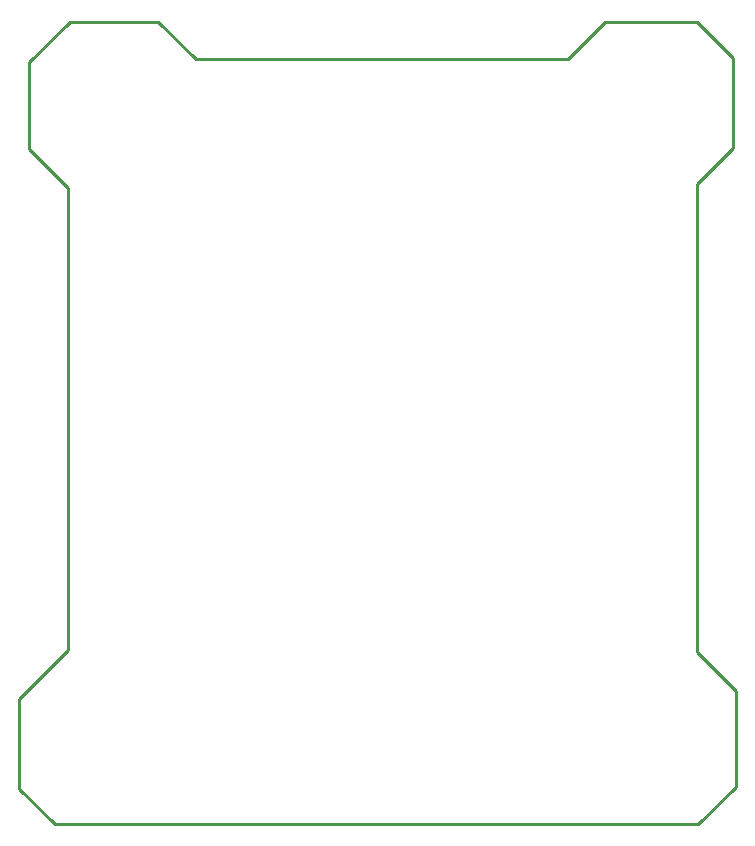
<source format=gko>
%FSTAX23Y23*%
%MOIN*%
%SFA1B1*%

%IPPOS*%
%ADD12C,0.010000*%
%LNaudio_adc-1*%
%LPD*%
G54D12*
X009Y0357D02*
X01035Y03705D01*
X0133*
X01455Y0358*
X02695*
X0282Y03705*
X03124*
X03245Y03584*
Y03285D02*
Y03584D01*
X03125Y03165D02*
X03245Y03285D01*
X03125Y01605D02*
Y03165D01*
Y01605D02*
X03255Y01475D01*
Y01155D02*
Y01475D01*
X0313Y0103D02*
X03255Y01155D01*
X00985Y0103D02*
X0313D01*
X00867Y01147D02*
X00985Y0103D01*
X00867Y01147D02*
Y01447D01*
X01029Y0161*
Y0315*
X009Y0328D02*
X01029Y0315D01*
X009Y0328D02*
Y0357D01*
M02*
</source>
